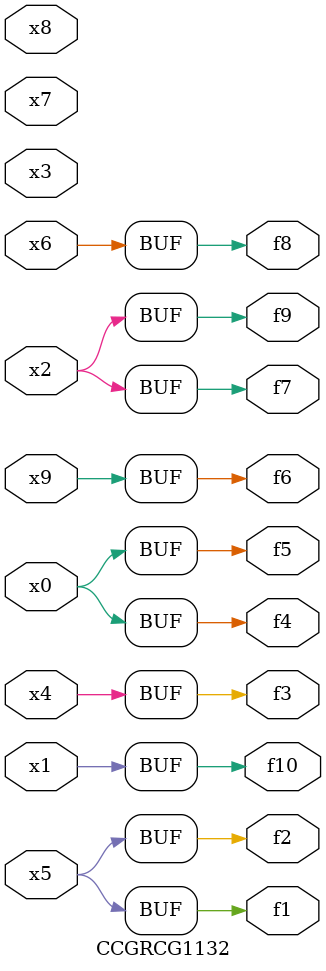
<source format=v>
module CCGRCG1132(
	input x0, x1, x2, x3, x4, x5, x6, x7, x8, x9,
	output f1, f2, f3, f4, f5, f6, f7, f8, f9, f10
);
	assign f1 = x5;
	assign f2 = x5;
	assign f3 = x4;
	assign f4 = x0;
	assign f5 = x0;
	assign f6 = x9;
	assign f7 = x2;
	assign f8 = x6;
	assign f9 = x2;
	assign f10 = x1;
endmodule

</source>
